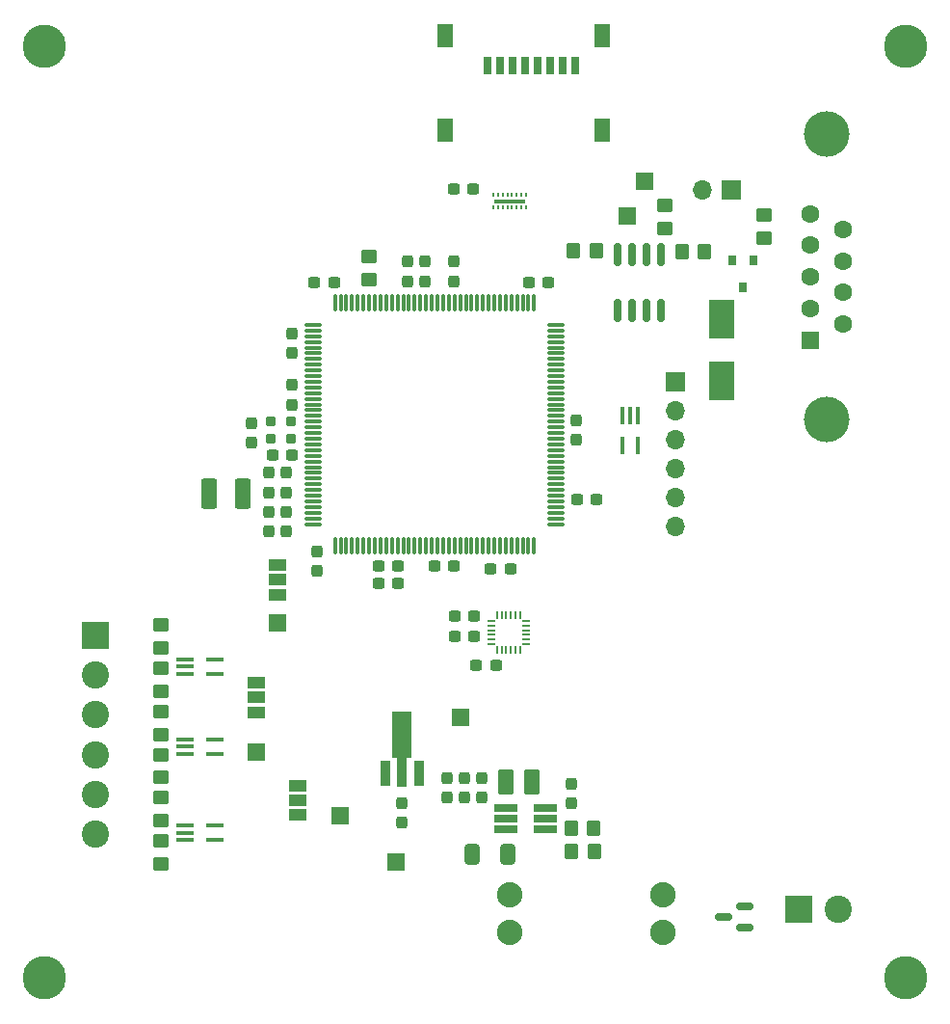
<source format=gts>
G04 #@! TF.GenerationSoftware,KiCad,Pcbnew,(6.0.0-0)*
G04 #@! TF.CreationDate,2023-03-02T14:51:27-07:00*
G04 #@! TF.ProjectId,EVCU,45564355-2e6b-4696-9361-645f70636258,rev?*
G04 #@! TF.SameCoordinates,Original*
G04 #@! TF.FileFunction,Soldermask,Top*
G04 #@! TF.FilePolarity,Negative*
%FSLAX46Y46*%
G04 Gerber Fmt 4.6, Leading zero omitted, Abs format (unit mm)*
G04 Created by KiCad (PCBNEW (6.0.0-0)) date 2023-03-02 14:51:27*
%MOMM*%
%LPD*%
G01*
G04 APERTURE LIST*
G04 Aperture macros list*
%AMRoundRect*
0 Rectangle with rounded corners*
0 $1 Rounding radius*
0 $2 $3 $4 $5 $6 $7 $8 $9 X,Y pos of 4 corners*
0 Add a 4 corners polygon primitive as box body*
4,1,4,$2,$3,$4,$5,$6,$7,$8,$9,$2,$3,0*
0 Add four circle primitives for the rounded corners*
1,1,$1+$1,$2,$3*
1,1,$1+$1,$4,$5*
1,1,$1+$1,$6,$7*
1,1,$1+$1,$8,$9*
0 Add four rect primitives between the rounded corners*
20,1,$1+$1,$2,$3,$4,$5,0*
20,1,$1+$1,$4,$5,$6,$7,0*
20,1,$1+$1,$6,$7,$8,$9,0*
20,1,$1+$1,$8,$9,$2,$3,0*%
%AMFreePoly0*
4,1,14,0.266715,0.088284,0.363284,-0.008285,0.375000,-0.036569,0.375000,-0.060000,0.363284,-0.088284,0.335000,-0.100000,-0.335000,-0.100000,-0.363284,-0.088284,-0.375000,-0.060000,-0.375000,0.060000,-0.363284,0.088284,-0.335000,0.100000,0.238431,0.100000,0.266715,0.088284,0.266715,0.088284,$1*%
%AMFreePoly1*
4,1,14,0.363284,0.088284,0.375000,0.060000,0.375000,0.036569,0.363284,0.008285,0.266715,-0.088284,0.238431,-0.100000,-0.335000,-0.100000,-0.363284,-0.088284,-0.375000,-0.060000,-0.375000,0.060000,-0.363284,0.088284,-0.335000,0.100000,0.335000,0.100000,0.363284,0.088284,0.363284,0.088284,$1*%
%AMFreePoly2*
4,1,14,0.088284,0.363284,0.100000,0.335000,0.100000,-0.335000,0.088284,-0.363284,0.060000,-0.375000,-0.060000,-0.375000,-0.088284,-0.363284,-0.100000,-0.335000,-0.100000,0.238431,-0.088284,0.266715,0.008285,0.363284,0.036569,0.375000,0.060000,0.375000,0.088284,0.363284,0.088284,0.363284,$1*%
%AMFreePoly3*
4,1,14,-0.008285,0.363284,0.088284,0.266715,0.100000,0.238431,0.100000,-0.335000,0.088284,-0.363284,0.060000,-0.375000,-0.060000,-0.375000,-0.088284,-0.363284,-0.100000,-0.335000,-0.100000,0.335000,-0.088284,0.363284,-0.060000,0.375000,-0.036569,0.375000,-0.008285,0.363284,-0.008285,0.363284,$1*%
%AMFreePoly4*
4,1,14,0.363284,0.088284,0.375000,0.060000,0.375000,-0.060000,0.363284,-0.088284,0.335000,-0.100000,-0.238431,-0.100000,-0.266715,-0.088284,-0.363284,0.008285,-0.375000,0.036569,-0.375000,0.060000,-0.363284,0.088284,-0.335000,0.100000,0.335000,0.100000,0.363284,0.088284,0.363284,0.088284,$1*%
%AMFreePoly5*
4,1,14,0.363284,0.088284,0.375000,0.060000,0.375000,-0.060000,0.363284,-0.088284,0.335000,-0.100000,-0.335000,-0.100000,-0.363284,-0.088284,-0.375000,-0.060000,-0.375000,-0.036569,-0.363284,-0.008285,-0.266715,0.088284,-0.238431,0.100000,0.335000,0.100000,0.363284,0.088284,0.363284,0.088284,$1*%
%AMFreePoly6*
4,1,14,0.088284,0.363284,0.100000,0.335000,0.100000,-0.238431,0.088284,-0.266715,-0.008285,-0.363284,-0.036569,-0.375000,-0.060000,-0.375000,-0.088284,-0.363284,-0.100000,-0.335000,-0.100000,0.335000,-0.088284,0.363284,-0.060000,0.375000,0.060000,0.375000,0.088284,0.363284,0.088284,0.363284,$1*%
%AMFreePoly7*
4,1,14,0.088284,0.363284,0.100000,0.335000,0.100000,-0.335000,0.088284,-0.363284,0.060000,-0.375000,0.036569,-0.375000,0.008285,-0.363284,-0.088284,-0.266715,-0.100000,-0.238431,-0.100000,0.335000,-0.088284,0.363284,-0.060000,0.375000,0.060000,0.375000,0.088284,0.363284,0.088284,0.363284,$1*%
%AMFreePoly8*
4,1,9,5.362500,-0.866500,1.237500,-0.866500,1.237500,-0.450000,-1.237500,-0.450000,-1.237500,0.450000,1.237500,0.450000,1.237500,0.866500,5.362500,0.866500,5.362500,-0.866500,5.362500,-0.866500,$1*%
G04 Aperture macros list end*
%ADD10R,1.500000X1.500000*%
%ADD11RoundRect,0.237500X0.237500X-0.300000X0.237500X0.300000X-0.237500X0.300000X-0.237500X-0.300000X0*%
%ADD12R,0.400000X1.500000*%
%ADD13R,1.500000X1.000000*%
%ADD14FreePoly0,270.000000*%
%ADD15RoundRect,0.050000X-0.050000X0.325000X-0.050000X-0.325000X0.050000X-0.325000X0.050000X0.325000X0*%
%ADD16FreePoly1,270.000000*%
%ADD17FreePoly2,270.000000*%
%ADD18RoundRect,0.050000X-0.325000X0.050000X-0.325000X-0.050000X0.325000X-0.050000X0.325000X0.050000X0*%
%ADD19FreePoly3,270.000000*%
%ADD20FreePoly4,270.000000*%
%ADD21FreePoly5,270.000000*%
%ADD22FreePoly6,270.000000*%
%ADD23FreePoly7,270.000000*%
%ADD24RoundRect,0.250001X0.462499X0.849999X-0.462499X0.849999X-0.462499X-0.849999X0.462499X-0.849999X0*%
%ADD25RoundRect,0.237500X0.300000X0.237500X-0.300000X0.237500X-0.300000X-0.237500X0.300000X-0.237500X0*%
%ADD26R,0.900000X2.300000*%
%ADD27FreePoly8,90.000000*%
%ADD28C,3.800000*%
%ADD29RoundRect,0.237500X-0.237500X0.300000X-0.237500X-0.300000X0.237500X-0.300000X0.237500X0.300000X0*%
%ADD30RoundRect,0.250001X-0.462499X-1.074999X0.462499X-1.074999X0.462499X1.074999X-0.462499X1.074999X0*%
%ADD31RoundRect,0.250000X-0.450000X0.350000X-0.450000X-0.350000X0.450000X-0.350000X0.450000X0.350000X0*%
%ADD32R,1.500000X0.400000*%
%ADD33RoundRect,0.250000X0.350000X0.450000X-0.350000X0.450000X-0.350000X-0.450000X0.350000X-0.450000X0*%
%ADD34RoundRect,0.250000X0.412500X0.650000X-0.412500X0.650000X-0.412500X-0.650000X0.412500X-0.650000X0*%
%ADD35R,2.000000X0.650000*%
%ADD36RoundRect,0.250000X-0.350000X-0.450000X0.350000X-0.450000X0.350000X0.450000X-0.350000X0.450000X0*%
%ADD37R,2.400000X2.400000*%
%ADD38C,2.400000*%
%ADD39C,2.235200*%
%ADD40RoundRect,0.075000X-0.662500X-0.075000X0.662500X-0.075000X0.662500X0.075000X-0.662500X0.075000X0*%
%ADD41RoundRect,0.075000X-0.075000X-0.662500X0.075000X-0.662500X0.075000X0.662500X-0.075000X0.662500X0*%
%ADD42RoundRect,0.237500X-0.300000X-0.237500X0.300000X-0.237500X0.300000X0.237500X-0.300000X0.237500X0*%
%ADD43R,1.700000X1.700000*%
%ADD44O,1.700000X1.700000*%
%ADD45RoundRect,0.150000X0.587500X0.150000X-0.587500X0.150000X-0.587500X-0.150000X0.587500X-0.150000X0*%
%ADD46R,2.300000X3.500000*%
%ADD47RoundRect,0.150000X0.150000X-0.825000X0.150000X0.825000X-0.150000X0.825000X-0.150000X-0.825000X0*%
%ADD48R,0.800000X1.500000*%
%ADD49R,1.450000X2.000000*%
%ADD50RoundRect,0.250000X0.450000X-0.350000X0.450000X0.350000X-0.450000X0.350000X-0.450000X-0.350000X0*%
%ADD51C,4.000000*%
%ADD52R,1.600000X1.600000*%
%ADD53C,1.600000*%
%ADD54RoundRect,0.200000X0.250000X-0.200000X0.250000X0.200000X-0.250000X0.200000X-0.250000X-0.200000X0*%
%ADD55R,0.800000X0.900000*%
%ADD56R,0.200000X0.450000*%
%ADD57R,2.800000X0.300000*%
G04 APERTURE END LIST*
D10*
X136579531Y-57293200D03*
X135055531Y-60341200D03*
D11*
X130105200Y-111915100D03*
X130105200Y-110190100D03*
D12*
X135955800Y-77867200D03*
X135305800Y-77867200D03*
X134655800Y-77867200D03*
X134655800Y-80527200D03*
X135955800Y-80527200D03*
D13*
X104292400Y-91003600D03*
X104292400Y-92303600D03*
X104292400Y-93603600D03*
D11*
X119846400Y-66080500D03*
X119846400Y-64355500D03*
D14*
X125621600Y-95417200D03*
D15*
X125221600Y-95417200D03*
X124821600Y-95417200D03*
X124421600Y-95417200D03*
X124021600Y-95417200D03*
D16*
X123621600Y-95417200D03*
D17*
X123121600Y-95917200D03*
D18*
X123121600Y-96317200D03*
X123121600Y-96717200D03*
X123121600Y-97117200D03*
X123121600Y-97517200D03*
D19*
X123121600Y-97917200D03*
D20*
X123621600Y-98417200D03*
D15*
X124021600Y-98417200D03*
X124421600Y-98417200D03*
X124821600Y-98417200D03*
X125221600Y-98417200D03*
D21*
X125621600Y-98417200D03*
D22*
X126121600Y-97917200D03*
D18*
X126121600Y-97517200D03*
X126121600Y-97117200D03*
X126121600Y-96717200D03*
X126121600Y-96317200D03*
D23*
X126121600Y-95917200D03*
D24*
X126695700Y-110036600D03*
X124370700Y-110036600D03*
D25*
X123502900Y-99838200D03*
X121777900Y-99838200D03*
D26*
X113765200Y-109312600D03*
D27*
X115265200Y-109225100D03*
D26*
X116765200Y-109312600D03*
D10*
X109820200Y-112979200D03*
D28*
X83820000Y-45466000D03*
D29*
X115243008Y-111910156D03*
X115243008Y-113635156D03*
D28*
X159512000Y-45466000D03*
D30*
X98292900Y-84725200D03*
X101267900Y-84725200D03*
D11*
X130556000Y-79983500D03*
X130556000Y-78258500D03*
D25*
X109278900Y-66183200D03*
X107553900Y-66183200D03*
D31*
X94081600Y-107661200D03*
X94081600Y-109661200D03*
D32*
X96155200Y-99273600D03*
X96155200Y-99923600D03*
X96155200Y-100573600D03*
X98815200Y-100573600D03*
X98815200Y-99273600D03*
D11*
X117306400Y-66080500D03*
X117306400Y-64355500D03*
D33*
X132121200Y-114117856D03*
X130121200Y-114117856D03*
D13*
X102479600Y-101316000D03*
X102479600Y-102616000D03*
X102479600Y-103916000D03*
D34*
X124555700Y-116386600D03*
X121430700Y-116386600D03*
D31*
X94081600Y-103902000D03*
X94081600Y-105902000D03*
D33*
X132321731Y-63414600D03*
X130321731Y-63414600D03*
D35*
X124409200Y-112308600D03*
X124409200Y-113258600D03*
X124409200Y-114208600D03*
X127829200Y-114208600D03*
X127829200Y-113258600D03*
X127829200Y-112308600D03*
D31*
X94081600Y-96282000D03*
X94081600Y-98282000D03*
D25*
X124772900Y-91329200D03*
X123047900Y-91329200D03*
D10*
X104292400Y-96053400D03*
D36*
X139846731Y-63465400D03*
X141846731Y-63465400D03*
D32*
X96155200Y-106284000D03*
X96155200Y-106934000D03*
X96155200Y-107584000D03*
X98815200Y-107584000D03*
X98815200Y-106284000D03*
D25*
X114892300Y-91100600D03*
X113167300Y-91100600D03*
D13*
X106086400Y-110358400D03*
X106086400Y-111658400D03*
X106086400Y-112958400D03*
D37*
X150091200Y-121194600D03*
D38*
X153591200Y-121194600D03*
D10*
X114757200Y-117094000D03*
D25*
X114892300Y-92633800D03*
X113167300Y-92633800D03*
X119819900Y-91108700D03*
X118094900Y-91108700D03*
D39*
X138153808Y-123288256D03*
X138153808Y-119986256D03*
X124691808Y-123288256D03*
X124691808Y-119986256D03*
D40*
X107456700Y-69904600D03*
X107456700Y-70404600D03*
X107456700Y-70904600D03*
X107456700Y-71404600D03*
X107456700Y-71904600D03*
X107456700Y-72404600D03*
X107456700Y-72904600D03*
X107456700Y-73404600D03*
X107456700Y-73904600D03*
X107456700Y-74404600D03*
X107456700Y-74904600D03*
X107456700Y-75404600D03*
X107456700Y-75904600D03*
X107456700Y-76404600D03*
X107456700Y-76904600D03*
X107456700Y-77404600D03*
X107456700Y-77904600D03*
X107456700Y-78404600D03*
X107456700Y-78904600D03*
X107456700Y-79404600D03*
X107456700Y-79904600D03*
X107456700Y-80404600D03*
X107456700Y-80904600D03*
X107456700Y-81404600D03*
X107456700Y-81904600D03*
X107456700Y-82404600D03*
X107456700Y-82904600D03*
X107456700Y-83404600D03*
X107456700Y-83904600D03*
X107456700Y-84404600D03*
X107456700Y-84904600D03*
X107456700Y-85404600D03*
X107456700Y-85904600D03*
X107456700Y-86404600D03*
X107456700Y-86904600D03*
X107456700Y-87404600D03*
D41*
X109369200Y-89317100D03*
X109869200Y-89317100D03*
X110369200Y-89317100D03*
X110869200Y-89317100D03*
X111369200Y-89317100D03*
X111869200Y-89317100D03*
X112369200Y-89317100D03*
X112869200Y-89317100D03*
X113369200Y-89317100D03*
X113869200Y-89317100D03*
X114369200Y-89317100D03*
X114869200Y-89317100D03*
X115369200Y-89317100D03*
X115869200Y-89317100D03*
X116369200Y-89317100D03*
X116869200Y-89317100D03*
X117369200Y-89317100D03*
X117869200Y-89317100D03*
X118369200Y-89317100D03*
X118869200Y-89317100D03*
X119369200Y-89317100D03*
X119869200Y-89317100D03*
X120369200Y-89317100D03*
X120869200Y-89317100D03*
X121369200Y-89317100D03*
X121869200Y-89317100D03*
X122369200Y-89317100D03*
X122869200Y-89317100D03*
X123369200Y-89317100D03*
X123869200Y-89317100D03*
X124369200Y-89317100D03*
X124869200Y-89317100D03*
X125369200Y-89317100D03*
X125869200Y-89317100D03*
X126369200Y-89317100D03*
X126869200Y-89317100D03*
D40*
X128781700Y-87404600D03*
X128781700Y-86904600D03*
X128781700Y-86404600D03*
X128781700Y-85904600D03*
X128781700Y-85404600D03*
X128781700Y-84904600D03*
X128781700Y-84404600D03*
X128781700Y-83904600D03*
X128781700Y-83404600D03*
X128781700Y-82904600D03*
X128781700Y-82404600D03*
X128781700Y-81904600D03*
X128781700Y-81404600D03*
X128781700Y-80904600D03*
X128781700Y-80404600D03*
X128781700Y-79904600D03*
X128781700Y-79404600D03*
X128781700Y-78904600D03*
X128781700Y-78404600D03*
X128781700Y-77904600D03*
X128781700Y-77404600D03*
X128781700Y-76904600D03*
X128781700Y-76404600D03*
X128781700Y-75904600D03*
X128781700Y-75404600D03*
X128781700Y-74904600D03*
X128781700Y-74404600D03*
X128781700Y-73904600D03*
X128781700Y-73404600D03*
X128781700Y-72904600D03*
X128781700Y-72404600D03*
X128781700Y-71904600D03*
X128781700Y-71404600D03*
X128781700Y-70904600D03*
X128781700Y-70404600D03*
X128781700Y-69904600D03*
D41*
X126869200Y-67992100D03*
X126369200Y-67992100D03*
X125869200Y-67992100D03*
X125369200Y-67992100D03*
X124869200Y-67992100D03*
X124369200Y-67992100D03*
X123869200Y-67992100D03*
X123369200Y-67992100D03*
X122869200Y-67992100D03*
X122369200Y-67992100D03*
X121869200Y-67992100D03*
X121369200Y-67992100D03*
X120869200Y-67992100D03*
X120369200Y-67992100D03*
X119869200Y-67992100D03*
X119369200Y-67992100D03*
X118869200Y-67992100D03*
X118369200Y-67992100D03*
X117869200Y-67992100D03*
X117369200Y-67992100D03*
X116869200Y-67992100D03*
X116369200Y-67992100D03*
X115869200Y-67992100D03*
X115369200Y-67992100D03*
X114869200Y-67992100D03*
X114369200Y-67992100D03*
X113869200Y-67992100D03*
X113369200Y-67992100D03*
X112869200Y-67992100D03*
X112369200Y-67992100D03*
X111869200Y-67992100D03*
X111369200Y-67992100D03*
X110869200Y-67992100D03*
X110369200Y-67992100D03*
X109869200Y-67992100D03*
X109369200Y-67992100D03*
D11*
X115782400Y-66080500D03*
X115782400Y-64355500D03*
D42*
X130607900Y-85242400D03*
X132332900Y-85242400D03*
D43*
X144204531Y-58055200D03*
D44*
X141664531Y-58055200D03*
D45*
X145412700Y-122844600D03*
X145412700Y-120944600D03*
X143537700Y-121894600D03*
D25*
X121614100Y-95469400D03*
X119889100Y-95469400D03*
D43*
X139319000Y-74904600D03*
D44*
X139319000Y-77444600D03*
X139319000Y-79984600D03*
X139319000Y-82524600D03*
X139319000Y-85064600D03*
X139319000Y-87604600D03*
D31*
X94081600Y-100092000D03*
X94081600Y-102092000D03*
D32*
X96155200Y-113853200D03*
X96155200Y-114503200D03*
X96155200Y-115153200D03*
X98815200Y-115153200D03*
X98815200Y-113853200D03*
D31*
X147066000Y-60264800D03*
X147066000Y-62264800D03*
D28*
X159512000Y-127254000D03*
D42*
X119787500Y-58013600D03*
X121512500Y-58013600D03*
D29*
X119176800Y-109674956D03*
X119176800Y-111399956D03*
X120700800Y-109678300D03*
X120700800Y-111403300D03*
D37*
X88279200Y-97142600D03*
D38*
X88279200Y-100642600D03*
X88279200Y-104142600D03*
X88279200Y-107642600D03*
X88279200Y-111142600D03*
X88279200Y-114642600D03*
D10*
X102454200Y-107391200D03*
D46*
X143383000Y-74836000D03*
X143383000Y-69436000D03*
D29*
X105054400Y-86310300D03*
X105054400Y-88035300D03*
D11*
X105622400Y-76910100D03*
X105622400Y-75185100D03*
D10*
X120370600Y-104394000D03*
D25*
X105612100Y-81330800D03*
X103887100Y-81330800D03*
D11*
X105054400Y-84631700D03*
X105054400Y-82906700D03*
D47*
X134166531Y-68658200D03*
X135436531Y-68658200D03*
X136706531Y-68658200D03*
X137976531Y-68658200D03*
X137976531Y-63708200D03*
X136706531Y-63708200D03*
X135436531Y-63708200D03*
X134166531Y-63708200D03*
D48*
X122742400Y-47107200D03*
X123842400Y-47107200D03*
X124942400Y-47107200D03*
X126042400Y-47107200D03*
X127142400Y-47107200D03*
X128242400Y-47107200D03*
X129342400Y-47107200D03*
X130442400Y-47107200D03*
D49*
X132817400Y-44507200D03*
X119067400Y-44507200D03*
X119067400Y-52807200D03*
X132817400Y-52807200D03*
D25*
X121614100Y-97231200D03*
X119889100Y-97231200D03*
D11*
X105622400Y-72379700D03*
X105622400Y-70654700D03*
D50*
X94081600Y-117205000D03*
X94081600Y-115205000D03*
X112378800Y-65938600D03*
X112378800Y-63938600D03*
D29*
X103530400Y-86310300D03*
X103530400Y-88035300D03*
X107823000Y-89815500D03*
X107823000Y-91540500D03*
D51*
X152594869Y-78185200D03*
X152594869Y-53185200D03*
D52*
X151174869Y-71225200D03*
D53*
X151174869Y-68455200D03*
X151174869Y-65685200D03*
X151174869Y-62915200D03*
X151174869Y-60145200D03*
X154014869Y-69840200D03*
X154014869Y-67070200D03*
X154014869Y-64300200D03*
X154014869Y-61530200D03*
D11*
X103530400Y-84631700D03*
X103530400Y-82906700D03*
D54*
X103681400Y-79862200D03*
X105531400Y-79862200D03*
X105531400Y-78412200D03*
X103681400Y-78412200D03*
D55*
X146165531Y-64221200D03*
X144265531Y-64221200D03*
X145215531Y-66621200D03*
D29*
X102057200Y-78528700D03*
X102057200Y-80253700D03*
D36*
X130143408Y-116128800D03*
X132143408Y-116128800D03*
D56*
X123322400Y-59616200D03*
X123722400Y-59616200D03*
X124122400Y-59616200D03*
X124522400Y-59616200D03*
X124922400Y-59616200D03*
X125322400Y-59616200D03*
X125722400Y-59616200D03*
X126122400Y-59616200D03*
X126122400Y-58465200D03*
X125722400Y-58465200D03*
X125322400Y-58465200D03*
X124922400Y-58465200D03*
X124522400Y-58465200D03*
X124122400Y-58465200D03*
X123722400Y-58465200D03*
X123322400Y-58465200D03*
D57*
X124722400Y-59041200D03*
D50*
X94081600Y-113420400D03*
X94081600Y-111420400D03*
D42*
X126391500Y-66167000D03*
X128116500Y-66167000D03*
D29*
X122231200Y-109682100D03*
X122231200Y-111407100D03*
D28*
X83820000Y-127254000D03*
D31*
X138382931Y-59417400D03*
X138382931Y-61417400D03*
M02*

</source>
